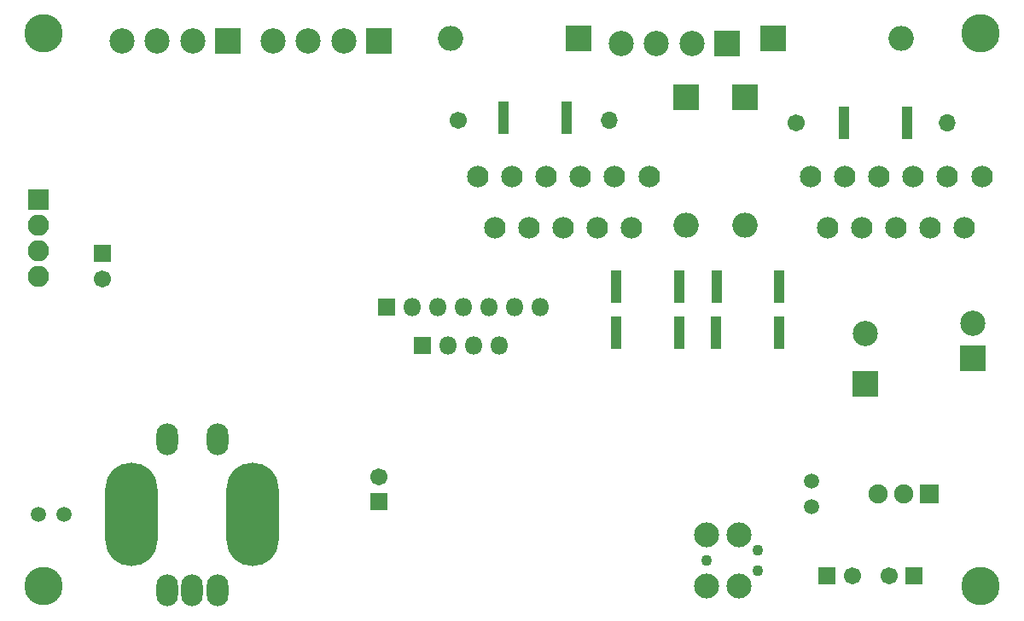
<source format=gbr>
G04 #@! TF.GenerationSoftware,KiCad,Pcbnew,5.0.0-5.0.0*
G04 #@! TF.CreationDate,2018-10-25T16:06:32-04:00*
G04 #@! TF.ProjectId,l6203dualmotordrive,6C363230336475616C6D6F746F726472,rev?*
G04 #@! TF.SameCoordinates,Original*
G04 #@! TF.FileFunction,Soldermask,Bot*
G04 #@! TF.FilePolarity,Negative*
%FSLAX46Y46*%
G04 Gerber Fmt 4.6, Leading zero omitted, Abs format (unit mm)*
G04 Created by KiCad (PCBNEW 5.0.0-5.0.0) date Thu Oct 25 16:06:32 2018*
%MOMM*%
%LPD*%
G01*
G04 APERTURE LIST*
%ADD10O,2.133600X3.149600*%
%ADD11O,5.181600X10.261600*%
%ADD12C,1.701600*%
%ADD13O,1.701600X1.701600*%
%ADD14R,1.701600X1.701600*%
%ADD15C,2.501600*%
%ADD16R,2.501600X2.501600*%
%ADD17O,2.501600X2.501600*%
%ADD18O,2.100580X2.100580*%
%ADD19R,2.100580X2.100580*%
%ADD20C,1.092200*%
%ADD21C,2.476500*%
%ADD22R,1.101600X3.301600*%
%ADD23C,2.133600*%
%ADD24O,1.801600X1.801600*%
%ADD25R,1.801600X1.801600*%
%ADD26O,1.901600X1.901600*%
%ADD27R,1.901600X1.901600*%
%ADD28C,3.801600*%
%ADD29C,1.501600*%
G04 APERTURE END LIST*
D10*
G04 #@! TO.C,SW1*
X107696000Y-122054000D03*
X110196000Y-122054000D03*
X105196000Y-122054000D03*
X110196000Y-107054000D03*
X105196000Y-107054000D03*
D11*
X101696000Y-114554000D03*
X113696000Y-114554000D03*
G04 #@! TD*
D12*
G04 #@! TO.C,C3*
X167640000Y-75692000D03*
D13*
X182640000Y-75692000D03*
G04 #@! TD*
G04 #@! TO.C,C4*
X149112000Y-75438000D03*
D12*
X134112000Y-75438000D03*
G04 #@! TD*
G04 #@! TO.C,C9*
X126238000Y-110784000D03*
D14*
X126238000Y-113284000D03*
G04 #@! TD*
D15*
G04 #@! TO.C,C22*
X174498000Y-96600000D03*
D16*
X174498000Y-101600000D03*
G04 #@! TD*
D12*
G04 #@! TO.C,C23*
X176824000Y-120650000D03*
D14*
X179324000Y-120650000D03*
G04 #@! TD*
G04 #@! TO.C,C25*
X170688000Y-120650000D03*
D12*
X173188000Y-120650000D03*
G04 #@! TD*
D14*
G04 #@! TO.C,C31*
X98806000Y-88646000D03*
D12*
X98806000Y-91146000D03*
G04 #@! TD*
D17*
G04 #@! TO.C,D1*
X162560000Y-85852000D03*
D16*
X162560000Y-73152000D03*
G04 #@! TD*
G04 #@! TO.C,D2*
X165354000Y-67310000D03*
D17*
X178054000Y-67310000D03*
G04 #@! TD*
D16*
G04 #@! TO.C,D3*
X146050000Y-67310000D03*
D17*
X133350000Y-67310000D03*
G04 #@! TD*
G04 #@! TO.C,D4*
X156718000Y-85852000D03*
D16*
X156718000Y-73152000D03*
G04 #@! TD*
G04 #@! TO.C,j1*
X185166000Y-99060000D03*
D15*
X185166000Y-95560000D03*
G04 #@! TD*
D16*
G04 #@! TO.C,J1*
X160782000Y-67818000D03*
D15*
X157282000Y-67818000D03*
X150282000Y-67818000D03*
X153782000Y-67818000D03*
G04 #@! TD*
G04 #@! TO.C,J2*
X104252000Y-67564000D03*
X100752000Y-67564000D03*
X107752000Y-67564000D03*
D16*
X111252000Y-67564000D03*
G04 #@! TD*
G04 #@! TO.C,J3*
X126238000Y-67564000D03*
D15*
X122738000Y-67564000D03*
X115738000Y-67564000D03*
X119238000Y-67564000D03*
G04 #@! TD*
D18*
G04 #@! TO.C,J4*
X92456000Y-88392000D03*
X92456000Y-85852000D03*
D19*
X92456000Y-83312000D03*
D18*
X92456000Y-90932000D03*
G04 #@! TD*
D20*
G04 #@! TO.C,P1*
X158750000Y-119126000D03*
X163830000Y-120142000D03*
X163830000Y-118110000D03*
D21*
X161925000Y-121666000D03*
X161925000Y-116586000D03*
X158750000Y-116586000D03*
X158750000Y-121666000D03*
G04 #@! TD*
D22*
G04 #@! TO.C,R1*
X159714000Y-96520000D03*
X165914000Y-96520000D03*
G04 #@! TD*
G04 #@! TO.C,R2*
X156008000Y-91948000D03*
X149808000Y-91948000D03*
G04 #@! TD*
G04 #@! TO.C,R3*
X165966000Y-91948000D03*
X159766000Y-91948000D03*
G04 #@! TD*
G04 #@! TO.C,R4*
X149808000Y-96520000D03*
X156008000Y-96520000D03*
G04 #@! TD*
G04 #@! TO.C,R5*
X138632000Y-75184000D03*
X144832000Y-75184000D03*
G04 #@! TD*
G04 #@! TO.C,R6*
X178614000Y-75692000D03*
X172414000Y-75692000D03*
G04 #@! TD*
D23*
G04 #@! TO.C,U2*
X169037000Y-81026000D03*
X170738800Y-86106000D03*
X172440600Y-81026000D03*
X174142400Y-86106000D03*
X175844200Y-81026000D03*
X177546000Y-86106000D03*
X179247800Y-81026000D03*
X180949600Y-86106000D03*
X182651400Y-81026000D03*
X184353200Y-86106000D03*
X186055000Y-81026000D03*
G04 #@! TD*
G04 #@! TO.C,U3*
X153035000Y-81026000D03*
X151333200Y-86106000D03*
X149631400Y-81026000D03*
X147929600Y-86106000D03*
X146227800Y-81026000D03*
X144526000Y-86106000D03*
X142824200Y-81026000D03*
X141122400Y-86106000D03*
X139420600Y-81026000D03*
X137718800Y-86106000D03*
X136017000Y-81026000D03*
G04 #@! TD*
D24*
G04 #@! TO.C,U6*
X142240000Y-93980000D03*
X139700000Y-93980000D03*
X137160000Y-93980000D03*
X134620000Y-93980000D03*
X132080000Y-93980000D03*
X129540000Y-93980000D03*
D25*
X127000000Y-93980000D03*
G04 #@! TD*
D24*
G04 #@! TO.C,U7*
X138176000Y-97790000D03*
X135636000Y-97790000D03*
X133096000Y-97790000D03*
D25*
X130556000Y-97790000D03*
G04 #@! TD*
D26*
G04 #@! TO.C,U9*
X175768000Y-112522000D03*
X178308000Y-112522000D03*
D27*
X180848000Y-112522000D03*
G04 #@! TD*
D28*
G04 #@! TO.C,REF\002A\002A*
X92964000Y-66802000D03*
G04 #@! TD*
G04 #@! TO.C,REF\002A\002A*
X92964000Y-121666000D03*
G04 #@! TD*
G04 #@! TO.C,REF\002A\002A*
X185928000Y-121666000D03*
G04 #@! TD*
G04 #@! TO.C,REF\002A\002A*
X185928000Y-66802000D03*
G04 #@! TD*
D29*
G04 #@! TO.C,REF\002A\002A*
X169164000Y-113792000D03*
X169164000Y-111252000D03*
G04 #@! TD*
G04 #@! TO.C,REF\002A\002A*
X92456000Y-114554000D03*
X94996000Y-114554000D03*
G04 #@! TD*
M02*

</source>
